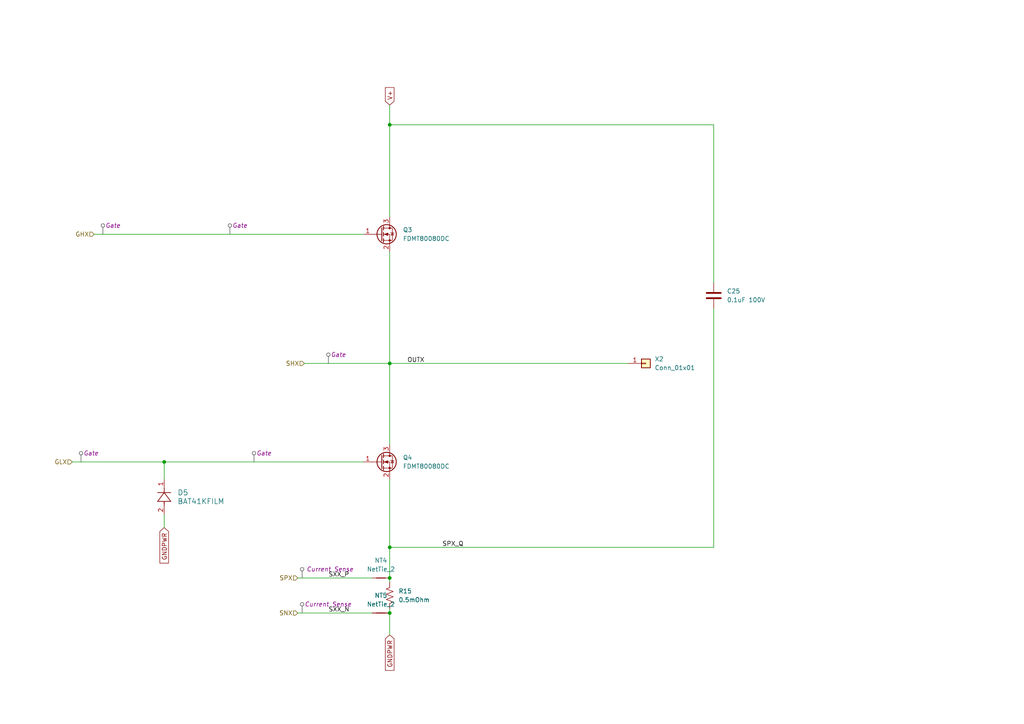
<source format=kicad_sch>
(kicad_sch
	(version 20231120)
	(generator "eeschema")
	(generator_version "8.0")
	(uuid "5fd6fc62-6cf8-466f-b3fe-2371d8014372")
	(paper "A4")
	(title_block
		(title "moteus-x1")
		(rev "1")
	)
	(lib_symbols
		(symbol "Connector_Generic:Conn_01x01"
			(pin_names
				(offset 1.016) hide)
			(exclude_from_sim no)
			(in_bom yes)
			(on_board yes)
			(property "Reference" "J"
				(at 0 2.54 0)
				(effects
					(font
						(size 1.27 1.27)
					)
				)
			)
			(property "Value" "Conn_01x01"
				(at 0 -2.54 0)
				(effects
					(font
						(size 1.27 1.27)
					)
				)
			)
			(property "Footprint" ""
				(at 0 0 0)
				(effects
					(font
						(size 1.27 1.27)
					)
					(hide yes)
				)
			)
			(property "Datasheet" "~"
				(at 0 0 0)
				(effects
					(font
						(size 1.27 1.27)
					)
					(hide yes)
				)
			)
			(property "Description" "Generic connector, single row, 01x01, script generated (kicad-library-utils/schlib/autogen/connector/)"
				(at 0 0 0)
				(effects
					(font
						(size 1.27 1.27)
					)
					(hide yes)
				)
			)
			(property "ki_keywords" "connector"
				(at 0 0 0)
				(effects
					(font
						(size 1.27 1.27)
					)
					(hide yes)
				)
			)
			(property "ki_fp_filters" "Connector*:*_1x??_*"
				(at 0 0 0)
				(effects
					(font
						(size 1.27 1.27)
					)
					(hide yes)
				)
			)
			(symbol "Conn_01x01_1_1"
				(rectangle
					(start -1.27 0.127)
					(end 0 -0.127)
					(stroke
						(width 0.1524)
						(type default)
					)
					(fill
						(type none)
					)
				)
				(rectangle
					(start -1.27 1.27)
					(end 1.27 -1.27)
					(stroke
						(width 0.254)
						(type default)
					)
					(fill
						(type background)
					)
				)
				(pin passive line
					(at -5.08 0 0)
					(length 3.81)
					(name "Pin_1"
						(effects
							(font
								(size 1.27 1.27)
							)
						)
					)
					(number "1"
						(effects
							(font
								(size 1.27 1.27)
							)
						)
					)
				)
			)
		)
		(symbol "Device:C"
			(pin_numbers hide)
			(pin_names
				(offset 0.254)
			)
			(exclude_from_sim no)
			(in_bom yes)
			(on_board yes)
			(property "Reference" "C"
				(at 0.635 2.54 0)
				(effects
					(font
						(size 1.27 1.27)
					)
					(justify left)
				)
			)
			(property "Value" "C"
				(at 0.635 -2.54 0)
				(effects
					(font
						(size 1.27 1.27)
					)
					(justify left)
				)
			)
			(property "Footprint" ""
				(at 0.9652 -3.81 0)
				(effects
					(font
						(size 1.27 1.27)
					)
					(hide yes)
				)
			)
			(property "Datasheet" "~"
				(at 0 0 0)
				(effects
					(font
						(size 1.27 1.27)
					)
					(hide yes)
				)
			)
			(property "Description" "Unpolarized capacitor"
				(at 0 0 0)
				(effects
					(font
						(size 1.27 1.27)
					)
					(hide yes)
				)
			)
			(property "ki_keywords" "cap capacitor"
				(at 0 0 0)
				(effects
					(font
						(size 1.27 1.27)
					)
					(hide yes)
				)
			)
			(property "ki_fp_filters" "C_*"
				(at 0 0 0)
				(effects
					(font
						(size 1.27 1.27)
					)
					(hide yes)
				)
			)
			(symbol "C_0_1"
				(polyline
					(pts
						(xy -2.032 -0.762) (xy 2.032 -0.762)
					)
					(stroke
						(width 0.508)
						(type default)
					)
					(fill
						(type none)
					)
				)
				(polyline
					(pts
						(xy -2.032 0.762) (xy 2.032 0.762)
					)
					(stroke
						(width 0.508)
						(type default)
					)
					(fill
						(type none)
					)
				)
			)
			(symbol "C_1_1"
				(pin passive line
					(at 0 3.81 270)
					(length 2.794)
					(name "~"
						(effects
							(font
								(size 1.27 1.27)
							)
						)
					)
					(number "1"
						(effects
							(font
								(size 1.27 1.27)
							)
						)
					)
				)
				(pin passive line
					(at 0 -3.81 90)
					(length 2.794)
					(name "~"
						(effects
							(font
								(size 1.27 1.27)
							)
						)
					)
					(number "2"
						(effects
							(font
								(size 1.27 1.27)
							)
						)
					)
				)
			)
		)
		(symbol "Device:NetTie_2"
			(pin_numbers hide)
			(pin_names
				(offset 0) hide)
			(exclude_from_sim no)
			(in_bom no)
			(on_board yes)
			(property "Reference" "NT"
				(at 0 1.27 0)
				(effects
					(font
						(size 1.27 1.27)
					)
				)
			)
			(property "Value" "NetTie_2"
				(at 0 -1.27 0)
				(effects
					(font
						(size 1.27 1.27)
					)
				)
			)
			(property "Footprint" ""
				(at 0 0 0)
				(effects
					(font
						(size 1.27 1.27)
					)
					(hide yes)
				)
			)
			(property "Datasheet" "~"
				(at 0 0 0)
				(effects
					(font
						(size 1.27 1.27)
					)
					(hide yes)
				)
			)
			(property "Description" "Net tie, 2 pins"
				(at 0 0 0)
				(effects
					(font
						(size 1.27 1.27)
					)
					(hide yes)
				)
			)
			(property "ki_keywords" "net tie short"
				(at 0 0 0)
				(effects
					(font
						(size 1.27 1.27)
					)
					(hide yes)
				)
			)
			(property "ki_fp_filters" "Net*Tie*"
				(at 0 0 0)
				(effects
					(font
						(size 1.27 1.27)
					)
					(hide yes)
				)
			)
			(symbol "NetTie_2_0_1"
				(polyline
					(pts
						(xy -1.27 0) (xy 1.27 0)
					)
					(stroke
						(width 0.254)
						(type default)
					)
					(fill
						(type none)
					)
				)
			)
			(symbol "NetTie_2_1_1"
				(pin passive line
					(at -2.54 0 0)
					(length 2.54)
					(name "1"
						(effects
							(font
								(size 1.27 1.27)
							)
						)
					)
					(number "1"
						(effects
							(font
								(size 1.27 1.27)
							)
						)
					)
				)
				(pin passive line
					(at 2.54 0 180)
					(length 2.54)
					(name "2"
						(effects
							(font
								(size 1.27 1.27)
							)
						)
					)
					(number "2"
						(effects
							(font
								(size 1.27 1.27)
							)
						)
					)
				)
			)
		)
		(symbol "Device:R_US"
			(pin_numbers hide)
			(pin_names
				(offset 0)
			)
			(exclude_from_sim no)
			(in_bom yes)
			(on_board yes)
			(property "Reference" "R"
				(at 2.54 0 90)
				(effects
					(font
						(size 1.27 1.27)
					)
				)
			)
			(property "Value" "R_US"
				(at -2.54 0 90)
				(effects
					(font
						(size 1.27 1.27)
					)
				)
			)
			(property "Footprint" ""
				(at 1.016 -0.254 90)
				(effects
					(font
						(size 1.27 1.27)
					)
					(hide yes)
				)
			)
			(property "Datasheet" "~"
				(at 0 0 0)
				(effects
					(font
						(size 1.27 1.27)
					)
					(hide yes)
				)
			)
			(property "Description" "Resistor, US symbol"
				(at 0 0 0)
				(effects
					(font
						(size 1.27 1.27)
					)
					(hide yes)
				)
			)
			(property "ki_keywords" "R res resistor"
				(at 0 0 0)
				(effects
					(font
						(size 1.27 1.27)
					)
					(hide yes)
				)
			)
			(property "ki_fp_filters" "R_*"
				(at 0 0 0)
				(effects
					(font
						(size 1.27 1.27)
					)
					(hide yes)
				)
			)
			(symbol "R_US_0_1"
				(polyline
					(pts
						(xy 0 -2.286) (xy 0 -2.54)
					)
					(stroke
						(width 0)
						(type default)
					)
					(fill
						(type none)
					)
				)
				(polyline
					(pts
						(xy 0 2.286) (xy 0 2.54)
					)
					(stroke
						(width 0)
						(type default)
					)
					(fill
						(type none)
					)
				)
				(polyline
					(pts
						(xy 0 -0.762) (xy 1.016 -1.143) (xy 0 -1.524) (xy -1.016 -1.905) (xy 0 -2.286)
					)
					(stroke
						(width 0)
						(type default)
					)
					(fill
						(type none)
					)
				)
				(polyline
					(pts
						(xy 0 0.762) (xy 1.016 0.381) (xy 0 0) (xy -1.016 -0.381) (xy 0 -0.762)
					)
					(stroke
						(width 0)
						(type default)
					)
					(fill
						(type none)
					)
				)
				(polyline
					(pts
						(xy 0 2.286) (xy 1.016 1.905) (xy 0 1.524) (xy -1.016 1.143) (xy 0 0.762)
					)
					(stroke
						(width 0)
						(type default)
					)
					(fill
						(type none)
					)
				)
			)
			(symbol "R_US_1_1"
				(pin passive line
					(at 0 3.81 270)
					(length 1.27)
					(name "~"
						(effects
							(font
								(size 1.27 1.27)
							)
						)
					)
					(number "1"
						(effects
							(font
								(size 1.27 1.27)
							)
						)
					)
				)
				(pin passive line
					(at 0 -3.81 90)
					(length 1.27)
					(name "~"
						(effects
							(font
								(size 1.27 1.27)
							)
						)
					)
					(number "2"
						(effects
							(font
								(size 1.27 1.27)
							)
						)
					)
				)
			)
		)
		(symbol "Transistor_FET:FDMT80080DC"
			(pin_names hide)
			(exclude_from_sim no)
			(in_bom yes)
			(on_board yes)
			(property "Reference" "Q"
				(at 5.08 1.905 0)
				(effects
					(font
						(size 1.27 1.27)
					)
					(justify left)
				)
			)
			(property "Value" "FDMT80080DC"
				(at 5.08 0 0)
				(effects
					(font
						(size 1.27 1.27)
					)
					(justify left)
				)
			)
			(property "Footprint" "Package_TO_SOT_SMD:PQFN_8x8"
				(at 5.08 -1.905 0)
				(effects
					(font
						(size 1.27 1.27)
						(italic yes)
					)
					(justify left)
					(hide yes)
				)
			)
			(property "Datasheet" "https://www.onsemi.com/pub/Collateral/FDMT80080DC-D.pdf"
				(at 5.08 -3.81 0)
				(effects
					(font
						(size 1.27 1.27)
					)
					(justify left)
					(hide yes)
				)
			)
			(property "Description" "36A Id, 80V Vds, N-Channel Dual Cool PowerTrench MOSFET, 1.35mOhm Ron, 273nC Qgmax, -55 to 150 °C, 8x8mm MLP"
				(at 0 0 0)
				(effects
					(font
						(size 1.27 1.27)
					)
					(hide yes)
				)
			)
			(property "ki_keywords" "dual-cool-powertrench MOSFET fairchild"
				(at 0 0 0)
				(effects
					(font
						(size 1.27 1.27)
					)
					(hide yes)
				)
			)
			(property "ki_fp_filters" "PQFN*8x8*"
				(at 0 0 0)
				(effects
					(font
						(size 1.27 1.27)
					)
					(hide yes)
				)
			)
			(symbol "FDMT80080DC_0_1"
				(polyline
					(pts
						(xy 0.254 0) (xy -2.54 0)
					)
					(stroke
						(width 0)
						(type default)
					)
					(fill
						(type none)
					)
				)
				(polyline
					(pts
						(xy 0.254 1.905) (xy 0.254 -1.905)
					)
					(stroke
						(width 0.254)
						(type default)
					)
					(fill
						(type none)
					)
				)
				(polyline
					(pts
						(xy 0.762 -1.27) (xy 0.762 -2.286)
					)
					(stroke
						(width 0.254)
						(type default)
					)
					(fill
						(type none)
					)
				)
				(polyline
					(pts
						(xy 0.762 0.508) (xy 0.762 -0.508)
					)
					(stroke
						(width 0.254)
						(type default)
					)
					(fill
						(type none)
					)
				)
				(polyline
					(pts
						(xy 0.762 2.286) (xy 0.762 1.27)
					)
					(stroke
						(width 0.254)
						(type default)
					)
					(fill
						(type none)
					)
				)
				(polyline
					(pts
						(xy 2.54 2.54) (xy 2.54 1.778)
					)
					(stroke
						(width 0)
						(type default)
					)
					(fill
						(type none)
					)
				)
				(polyline
					(pts
						(xy 2.54 -2.54) (xy 2.54 0) (xy 0.762 0)
					)
					(stroke
						(width 0)
						(type default)
					)
					(fill
						(type none)
					)
				)
				(polyline
					(pts
						(xy 0.762 -1.778) (xy 3.302 -1.778) (xy 3.302 1.778) (xy 0.762 1.778)
					)
					(stroke
						(width 0)
						(type default)
					)
					(fill
						(type none)
					)
				)
				(polyline
					(pts
						(xy 1.016 0) (xy 2.032 0.381) (xy 2.032 -0.381) (xy 1.016 0)
					)
					(stroke
						(width 0)
						(type default)
					)
					(fill
						(type outline)
					)
				)
				(polyline
					(pts
						(xy 2.794 0.508) (xy 2.921 0.381) (xy 3.683 0.381) (xy 3.81 0.254)
					)
					(stroke
						(width 0)
						(type default)
					)
					(fill
						(type none)
					)
				)
				(polyline
					(pts
						(xy 3.302 0.381) (xy 2.921 -0.254) (xy 3.683 -0.254) (xy 3.302 0.381)
					)
					(stroke
						(width 0)
						(type default)
					)
					(fill
						(type none)
					)
				)
				(circle
					(center 1.651 0)
					(radius 2.794)
					(stroke
						(width 0.254)
						(type default)
					)
					(fill
						(type none)
					)
				)
				(circle
					(center 2.54 -1.778)
					(radius 0.254)
					(stroke
						(width 0)
						(type default)
					)
					(fill
						(type outline)
					)
				)
				(circle
					(center 2.54 1.778)
					(radius 0.254)
					(stroke
						(width 0)
						(type default)
					)
					(fill
						(type outline)
					)
				)
			)
			(symbol "FDMT80080DC_1_1"
				(pin passive line
					(at -5.08 0 0)
					(length 2.54)
					(name "G"
						(effects
							(font
								(size 1.27 1.27)
							)
						)
					)
					(number "1"
						(effects
							(font
								(size 1.27 1.27)
							)
						)
					)
				)
				(pin passive line
					(at 2.54 -5.08 90)
					(length 2.54)
					(name "S"
						(effects
							(font
								(size 1.27 1.27)
							)
						)
					)
					(number "2"
						(effects
							(font
								(size 1.27 1.27)
							)
						)
					)
				)
				(pin passive line
					(at 2.54 5.08 270)
					(length 2.54)
					(name "D"
						(effects
							(font
								(size 1.27 1.27)
							)
						)
					)
					(number "3"
						(effects
							(font
								(size 1.27 1.27)
							)
						)
					)
				)
			)
		)
		(symbol "moteus:BAT41KFILM"
			(pin_names
				(offset 0.254)
			)
			(exclude_from_sim no)
			(in_bom yes)
			(on_board yes)
			(property "Reference" "CR"
				(at 5.08 4.445 0)
				(effects
					(font
						(size 1.524 1.524)
					)
				)
			)
			(property "Value" "BAT41KFILM"
				(at 5.08 -3.81 0)
				(effects
					(font
						(size 1.524 1.524)
					)
				)
			)
			(property "Footprint" "SOD-523_STM"
				(at 0 0 0)
				(effects
					(font
						(size 1.27 1.27)
						(italic yes)
					)
					(hide yes)
				)
			)
			(property "Datasheet" "BAT41KFILM"
				(at 0 0 0)
				(effects
					(font
						(size 1.27 1.27)
						(italic yes)
					)
					(hide yes)
				)
			)
			(property "Description" ""
				(at 0 0 0)
				(effects
					(font
						(size 1.27 1.27)
					)
					(hide yes)
				)
			)
			(property "ki_locked" ""
				(at 0 0 0)
				(effects
					(font
						(size 1.27 1.27)
					)
				)
			)
			(property "ki_keywords" "BAT41KFILM"
				(at 0 0 0)
				(effects
					(font
						(size 1.27 1.27)
					)
					(hide yes)
				)
			)
			(property "ki_fp_filters" "SOD-523_STM SOD-523_STM-M SOD-523_STM-L"
				(at 0 0 0)
				(effects
					(font
						(size 1.27 1.27)
					)
					(hide yes)
				)
			)
			(symbol "BAT41KFILM_1_1"
				(polyline
					(pts
						(xy 2.54 0) (xy 3.4798 0)
					)
					(stroke
						(width 0.2032)
						(type default)
					)
					(fill
						(type none)
					)
				)
				(polyline
					(pts
						(xy 3.175 0) (xy 3.81 0)
					)
					(stroke
						(width 0.2032)
						(type default)
					)
					(fill
						(type none)
					)
				)
				(polyline
					(pts
						(xy 3.81 -1.905) (xy 6.35 0)
					)
					(stroke
						(width 0.2032)
						(type default)
					)
					(fill
						(type none)
					)
				)
				(polyline
					(pts
						(xy 3.81 1.905) (xy 3.81 -1.905)
					)
					(stroke
						(width 0.2032)
						(type default)
					)
					(fill
						(type none)
					)
				)
				(polyline
					(pts
						(xy 6.35 -1.905) (xy 6.35 1.905)
					)
					(stroke
						(width 0.2032)
						(type default)
					)
					(fill
						(type none)
					)
				)
				(polyline
					(pts
						(xy 6.35 0) (xy 3.81 1.905)
					)
					(stroke
						(width 0.2032)
						(type default)
					)
					(fill
						(type none)
					)
				)
				(polyline
					(pts
						(xy 6.35 0) (xy 7.62 0)
					)
					(stroke
						(width 0.2032)
						(type default)
					)
					(fill
						(type none)
					)
				)
				(pin unspecified line
					(at 10.16 0 180)
					(length 2.54)
					(name ""
						(effects
							(font
								(size 1.27 1.27)
							)
						)
					)
					(number "1"
						(effects
							(font
								(size 1.27 1.27)
							)
						)
					)
				)
				(pin unspecified line
					(at 0 0 0)
					(length 2.54)
					(name ""
						(effects
							(font
								(size 1.27 1.27)
							)
						)
					)
					(number "2"
						(effects
							(font
								(size 1.27 1.27)
							)
						)
					)
				)
			)
			(symbol "BAT41KFILM_1_2"
				(polyline
					(pts
						(xy -1.905 3.81) (xy 1.905 3.81)
					)
					(stroke
						(width 0.2032)
						(type default)
					)
					(fill
						(type none)
					)
				)
				(polyline
					(pts
						(xy 0 2.54) (xy 0 3.4798)
					)
					(stroke
						(width 0.2032)
						(type default)
					)
					(fill
						(type none)
					)
				)
				(polyline
					(pts
						(xy 0 3.175) (xy 0 3.81)
					)
					(stroke
						(width 0.2032)
						(type default)
					)
					(fill
						(type none)
					)
				)
				(polyline
					(pts
						(xy 0 6.35) (xy -1.905 3.81)
					)
					(stroke
						(width 0.2032)
						(type default)
					)
					(fill
						(type none)
					)
				)
				(polyline
					(pts
						(xy 0 6.35) (xy 0 7.62)
					)
					(stroke
						(width 0.2032)
						(type default)
					)
					(fill
						(type none)
					)
				)
				(polyline
					(pts
						(xy 1.905 3.81) (xy 0 6.35)
					)
					(stroke
						(width 0.2032)
						(type default)
					)
					(fill
						(type none)
					)
				)
				(polyline
					(pts
						(xy 1.905 6.35) (xy -1.905 6.35)
					)
					(stroke
						(width 0.2032)
						(type default)
					)
					(fill
						(type none)
					)
				)
				(pin unspecified line
					(at 0 10.16 270)
					(length 2.54)
					(name ""
						(effects
							(font
								(size 1.27 1.27)
							)
						)
					)
					(number "1"
						(effects
							(font
								(size 1.27 1.27)
							)
						)
					)
				)
				(pin unspecified line
					(at 0 0 90)
					(length 2.54)
					(name ""
						(effects
							(font
								(size 1.27 1.27)
							)
						)
					)
					(number "2"
						(effects
							(font
								(size 1.27 1.27)
							)
						)
					)
				)
			)
		)
	)
	(junction
		(at 113.03 167.64)
		(diameter 0)
		(color 0 0 0 0)
		(uuid "3107214b-79f2-4bf5-b518-59c7d2b6ee26")
	)
	(junction
		(at 47.625 133.985)
		(diameter 0)
		(color 0 0 0 0)
		(uuid "777246d2-5d34-4a0a-a2a7-b67e083c3775")
	)
	(junction
		(at 113.03 177.8)
		(diameter 0)
		(color 0 0 0 0)
		(uuid "ce4eee75-941c-4388-8637-3cabec661da2")
	)
	(junction
		(at 113.03 158.75)
		(diameter 0)
		(color 0 0 0 0)
		(uuid "d6725437-28c5-4ca4-94ba-44a4cd1f06b7")
	)
	(junction
		(at 113.03 36.195)
		(diameter 0)
		(color 0 0 0 0)
		(uuid "fda76167-e05d-4576-b4ea-8ff47a94eddf")
	)
	(junction
		(at 113.03 105.41)
		(diameter 0)
		(color 0 0 0 0)
		(uuid "ff0aabdc-4374-4ac0-9193-d8ff86a5fd36")
	)
	(wire
		(pts
			(xy 47.625 149.225) (xy 47.625 153.035)
		)
		(stroke
			(width 0)
			(type default)
		)
		(uuid "0bf2db9e-a087-447b-80ae-8952342f787f")
	)
	(wire
		(pts
			(xy 207.01 36.195) (xy 207.01 81.915)
		)
		(stroke
			(width 0)
			(type default)
		)
		(uuid "22ca1452-2c31-4f3c-bd9e-609735dbd361")
	)
	(wire
		(pts
			(xy 113.03 177.8) (xy 113.03 184.15)
		)
		(stroke
			(width 0)
			(type default)
		)
		(uuid "34d2c5a3-d9df-4149-b899-904431f02aeb")
	)
	(wire
		(pts
			(xy 88.265 105.41) (xy 113.03 105.41)
		)
		(stroke
			(width 0)
			(type default)
		)
		(uuid "39cfc3c2-c2ef-4ce0-9457-8fb0360a87df")
	)
	(wire
		(pts
			(xy 47.625 133.985) (xy 105.41 133.985)
		)
		(stroke
			(width 0)
			(type default)
		)
		(uuid "47253425-6921-4840-b983-14593e323975")
	)
	(wire
		(pts
			(xy 113.03 158.75) (xy 113.03 167.64)
		)
		(stroke
			(width 0)
			(type default)
		)
		(uuid "51ae483b-6d18-4303-b3d2-d9e7cf025609")
	)
	(wire
		(pts
			(xy 113.03 30.48) (xy 113.03 36.195)
		)
		(stroke
			(width 0)
			(type default)
		)
		(uuid "54ec2fea-1419-4bba-a5b9-87a1b59754b9")
	)
	(wire
		(pts
			(xy 113.03 139.065) (xy 113.03 158.75)
		)
		(stroke
			(width 0)
			(type default)
		)
		(uuid "590d3b7c-a625-43bf-a9ba-9062eea454de")
	)
	(wire
		(pts
			(xy 47.625 133.985) (xy 47.625 139.065)
		)
		(stroke
			(width 0)
			(type default)
		)
		(uuid "6a918121-e1f2-4ae8-88ac-1758023534f4")
	)
	(wire
		(pts
			(xy 20.955 133.985) (xy 47.625 133.985)
		)
		(stroke
			(width 0)
			(type default)
		)
		(uuid "89aa9c94-a453-49fa-925e-fe92ec94fe0e")
	)
	(wire
		(pts
			(xy 113.03 167.64) (xy 113.03 168.91)
		)
		(stroke
			(width 0)
			(type default)
		)
		(uuid "92ccda96-55e2-4241-9100-dc6e8f71c7c5")
	)
	(wire
		(pts
			(xy 113.03 36.195) (xy 207.01 36.195)
		)
		(stroke
			(width 0)
			(type default)
		)
		(uuid "937e50ae-9bef-4a67-b70c-79df9aed0908")
	)
	(wire
		(pts
			(xy 113.03 105.41) (xy 182.245 105.41)
		)
		(stroke
			(width 0)
			(type default)
		)
		(uuid "9b7b016b-d731-40dc-961b-97ee4ae9501e")
	)
	(wire
		(pts
			(xy 113.03 176.53) (xy 113.03 177.8)
		)
		(stroke
			(width 0)
			(type default)
		)
		(uuid "a74c86d4-5836-4aa9-bcab-6b392a7c6ccb")
	)
	(wire
		(pts
			(xy 86.36 167.64) (xy 107.95 167.64)
		)
		(stroke
			(width 0)
			(type default)
		)
		(uuid "bba2a682-9910-4e24-a0dd-68c01530c42b")
	)
	(wire
		(pts
			(xy 207.01 158.75) (xy 207.01 89.535)
		)
		(stroke
			(width 0)
			(type default)
		)
		(uuid "c5950f7a-72d9-4673-af38-46dbd03fb9ac")
	)
	(wire
		(pts
			(xy 113.03 73.025) (xy 113.03 105.41)
		)
		(stroke
			(width 0)
			(type default)
		)
		(uuid "d6bf79aa-184c-4ba9-bfdf-f47554483e2c")
	)
	(wire
		(pts
			(xy 113.03 36.195) (xy 113.03 62.865)
		)
		(stroke
			(width 0)
			(type default)
		)
		(uuid "d8cdb28b-eb0a-4526-ad9f-a898c73acc98")
	)
	(wire
		(pts
			(xy 86.36 177.8) (xy 107.95 177.8)
		)
		(stroke
			(width 0)
			(type default)
		)
		(uuid "db301033-e15c-436f-ae28-fc4ea21a5724")
	)
	(wire
		(pts
			(xy 113.03 158.75) (xy 207.01 158.75)
		)
		(stroke
			(width 0)
			(type default)
		)
		(uuid "e1f1f37a-65bc-413c-a44c-d6fb5026fb4d")
	)
	(wire
		(pts
			(xy 27.305 67.945) (xy 105.41 67.945)
		)
		(stroke
			(width 0)
			(type default)
		)
		(uuid "e609e8fe-0b17-412d-8cf8-ef85248b2014")
	)
	(wire
		(pts
			(xy 113.03 105.41) (xy 113.03 128.905)
		)
		(stroke
			(width 0)
			(type default)
		)
		(uuid "f50b55b3-9dad-4126-87a1-bd0f5b191668")
	)
	(label "SXX_N"
		(at 95.25 177.8 0)
		(fields_autoplaced yes)
		(effects
			(font
				(size 1.27 1.27)
			)
			(justify left bottom)
		)
		(uuid "418b75ac-d3aa-4300-a0e8-a4a1fbe4ffbf")
	)
	(label "OUTX"
		(at 118.11 105.41 0)
		(fields_autoplaced yes)
		(effects
			(font
				(size 1.27 1.27)
			)
			(justify left bottom)
		)
		(uuid "80b32fba-a734-437a-98d5-36627054788b")
	)
	(label "SPX_Q"
		(at 128.27 158.75 0)
		(fields_autoplaced yes)
		(effects
			(font
				(size 1.27 1.27)
			)
			(justify left bottom)
		)
		(uuid "d724b43f-f14c-4415-afa5-72b959453e25")
	)
	(label "SXX_P"
		(at 95.25 167.64 0)
		(fields_autoplaced yes)
		(effects
			(font
				(size 1.27 1.27)
			)
			(justify left bottom)
		)
		(uuid "da33359b-ac8a-49a1-91c1-a633d6ea5207")
	)
	(global_label "V+"
		(shape input)
		(at 113.03 30.48 90)
		(fields_autoplaced yes)
		(effects
			(font
				(size 1.27 1.27)
			)
			(justify left)
		)
		(uuid "4bc69686-fdb5-4e1d-a587-0a9d278dcd8f")
		(property "Intersheetrefs" "${INTERSHEET_REFS}"
			(at 113.03 24.8338 90)
			(effects
				(font
					(size 1.27 1.27)
				)
				(justify left)
				(hide yes)
			)
		)
	)
	(global_label "GNDPWR"
		(shape input)
		(at 113.03 184.15 270)
		(fields_autoplaced yes)
		(effects
			(font
				(size 1.27 1.27)
			)
			(justify right)
		)
		(uuid "5d9e367d-d244-4088-8367-b5e448f5cf4f")
		(property "Intersheetrefs" "${INTERSHEET_REFS}"
			(at 113.03 194.9971 90)
			(effects
				(font
					(size 1.27 1.27)
				)
				(justify right)
				(hide yes)
			)
		)
	)
	(global_label "GNDPWR"
		(shape input)
		(at 47.625 153.035 270)
		(fields_autoplaced yes)
		(effects
			(font
				(size 1.27 1.27)
			)
			(justify right)
		)
		(uuid "eac76b0a-5be4-4acf-81cb-29b1fba22569")
		(property "Intersheetrefs" "${INTERSHEET_REFS}"
			(at 47.625 163.8821 90)
			(effects
				(font
					(size 1.27 1.27)
				)
				(justify right)
				(hide yes)
			)
		)
	)
	(hierarchical_label "SHX"
		(shape input)
		(at 88.265 105.41 180)
		(fields_autoplaced yes)
		(effects
			(font
				(size 1.27 1.27)
			)
			(justify right)
		)
		(uuid "39515dc7-3998-443d-a61b-e6d94d62e480")
	)
	(hierarchical_label "GHX"
		(shape input)
		(at 27.305 67.945 180)
		(fields_autoplaced yes)
		(effects
			(font
				(size 1.27 1.27)
			)
			(justify right)
		)
		(uuid "407fa577-3b17-4d5b-86f8-33771aea5d40")
	)
	(hierarchical_label "GLX"
		(shape input)
		(at 20.955 133.985 180)
		(fields_autoplaced yes)
		(effects
			(font
				(size 1.27 1.27)
			)
			(justify right)
		)
		(uuid "7ab681b0-ba1d-4942-a740-5e750813cb5e")
	)
	(hierarchical_label "SPX"
		(shape input)
		(at 86.36 167.64 180)
		(fields_autoplaced yes)
		(effects
			(font
				(size 1.27 1.27)
			)
			(justify right)
		)
		(uuid "7cdffb64-f6a9-405b-9c5e-c68856bd2ae5")
	)
	(hierarchical_label "SNX"
		(shape input)
		(at 86.36 177.8 180)
		(fields_autoplaced yes)
		(effects
			(font
				(size 1.27 1.27)
			)
			(justify right)
		)
		(uuid "7fbd46d1-57f0-4c28-846a-32c3b086e65c")
	)
	(netclass_flag ""
		(length 2.54)
		(shape round)
		(at 23.495 133.985 0)
		(fields_autoplaced yes)
		(effects
			(font
				(size 1.27 1.27)
			)
			(justify left bottom)
		)
		(uuid "0e75c07b-527b-47c6-a89a-ef23c4771a0d")
		(property "Netclass" "Gate"
			(at 24.1935 131.445 0)
			(effects
				(font
					(size 1.27 1.27)
					(italic yes)
				)
				(justify left)
			)
		)
	)
	(netclass_flag ""
		(length 2.54)
		(shape round)
		(at 73.66 133.985 0)
		(fields_autoplaced yes)
		(effects
			(font
				(size 1.27 1.27)
			)
			(justify left bottom)
		)
		(uuid "6363678d-453f-4d40-af73-96d94c43e5a4")
		(property "Netclass" "Gate"
			(at 74.3585 131.445 0)
			(effects
				(font
					(size 1.27 1.27)
					(italic yes)
				)
				(justify left)
			)
		)
	)
	(netclass_flag ""
		(length 2.54)
		(shape round)
		(at 95.25 105.41 0)
		(fields_autoplaced yes)
		(effects
			(font
				(size 1.27 1.27)
			)
			(justify left bottom)
		)
		(uuid "83149f8a-7526-4377-b23f-8050ec98a3a1")
		(property "Netclass" "Gate"
			(at 95.9485 102.87 0)
			(effects
				(font
					(size 1.27 1.27)
					(italic yes)
				)
				(justify left)
			)
		)
	)
	(netclass_flag ""
		(length 2.54)
		(shape round)
		(at 66.675 67.945 0)
		(fields_autoplaced yes)
		(effects
			(font
				(size 1.27 1.27)
			)
			(justify left bottom)
		)
		(uuid "ba6ab38b-b0e1-4634-bc52-d39add9a1019")
		(property "Netclass" "Gate"
			(at 67.3735 65.405 0)
			(effects
				(font
					(size 1.27 1.27)
					(italic yes)
				)
				(justify left)
			)
		)
	)
	(netclass_flag ""
		(length 2.54)
		(shape round)
		(at 29.845 67.945 0)
		(fields_autoplaced yes)
		(effects
			(font
				(size 1.27 1.27)
			)
			(justify left bottom)
		)
		(uuid "bb2a394c-c414-44b9-b39c-6d1ad755cc71")
		(property "Netclass" "Gate"
			(at 30.5435 65.405 0)
			(effects
				(font
					(size 1.27 1.27)
					(italic yes)
				)
				(justify left)
			)
		)
	)
	(netclass_flag ""
		(length 2.54)
		(shape round)
		(at 87.63 167.64 0)
		(effects
			(font
				(size 1.27 1.27)
			)
			(justify left bottom)
		)
		(uuid "ce28b882-86b6-4b0d-aa97-7763123fb109")
		(property "Netclass" "Current Sense"
			(at 88.9 165.1 0)
			(effects
				(font
					(size 1.27 1.27)
					(italic yes)
				)
				(justify left)
			)
		)
	)
	(netclass_flag ""
		(length 2.54)
		(shape round)
		(at 87.63 177.8 0)
		(fields_autoplaced yes)
		(effects
			(font
				(size 1.27 1.27)
			)
			(justify left bottom)
		)
		(uuid "f9270388-d1c4-4c09-a2f1-0c75a9da0696")
		(property "Netclass" "Current Sense"
			(at 88.3285 175.26 0)
			(effects
				(font
					(size 1.27 1.27)
					(italic yes)
				)
				(justify left)
			)
		)
	)
	(symbol
		(lib_id "Device:NetTie_2")
		(at 110.49 177.8 0)
		(unit 1)
		(exclude_from_sim no)
		(in_bom no)
		(on_board yes)
		(dnp no)
		(fields_autoplaced yes)
		(uuid "1c4e121e-aea1-4c91-8997-94037bcc4c4e")
		(property "Reference" "NT5"
			(at 110.49 172.72 0)
			(effects
				(font
					(size 1.27 1.27)
				)
			)
		)
		(property "Value" "NetTie_2"
			(at 110.49 175.26 0)
			(effects
				(font
					(size 1.27 1.27)
				)
			)
		)
		(property "Footprint" "moteus:NetTie-2_SMD_Pad0.2"
			(at 110.49 177.8 0)
			(effects
				(font
					(size 1.27 1.27)
				)
				(hide yes)
			)
		)
		(property "Datasheet" "~"
			(at 110.49 177.8 0)
			(effects
				(font
					(size 1.27 1.27)
				)
				(hide yes)
			)
		)
		(property "Description" ""
			(at 110.49 177.8 0)
			(effects
				(font
					(size 1.27 1.27)
				)
				(hide yes)
			)
		)
		(pin "1"
			(uuid "cf12fb58-858e-4781-9de5-42015b04d4b8")
		)
		(pin "2"
			(uuid "076c9091-ab7f-4bf7-99bb-4be35402e438")
		)
		(instances
			(project "moteus_x1"
				(path "/bd70986b-b0dc-4add-82aa-78459b97d0c4/84723ca0-3c55-4a96-8456-927d28db47e5"
					(reference "NT5")
					(unit 1)
				)
				(path "/bd70986b-b0dc-4add-82aa-78459b97d0c4/925a84d2-19c0-462d-bae4-aa3034c06df6"
					(reference "NT7")
					(unit 1)
				)
				(path "/bd70986b-b0dc-4add-82aa-78459b97d0c4/e54c5578-fae3-4911-a296-59c945d84f23"
					(reference "NT3")
					(unit 1)
				)
			)
		)
	)
	(symbol
		(lib_id "Connector_Generic:Conn_01x01")
		(at 187.325 105.41 0)
		(unit 1)
		(exclude_from_sim no)
		(in_bom no)
		(on_board yes)
		(dnp no)
		(fields_autoplaced yes)
		(uuid "1cdba4f6-eebb-4109-8645-7244a97479df")
		(property "Reference" "X2"
			(at 189.865 104.14 0)
			(effects
				(font
					(size 1.27 1.27)
				)
				(justify left)
			)
		)
		(property "Value" "Conn_01x01"
			(at 189.865 106.68 0)
			(effects
				(font
					(size 1.27 1.27)
				)
				(justify left)
			)
		)
		(property "Footprint" "moteus:POWER_M2.5"
			(at 187.325 105.41 0)
			(effects
				(font
					(size 1.27 1.27)
				)
				(hide yes)
			)
		)
		(property "Datasheet" "~"
			(at 187.325 105.41 0)
			(effects
				(font
					(size 1.27 1.27)
				)
				(hide yes)
			)
		)
		(property "Description" ""
			(at 187.325 105.41 0)
			(effects
				(font
					(size 1.27 1.27)
				)
				(hide yes)
			)
		)
		(pin "1"
			(uuid "d6f459eb-0c89-464a-ab04-54772c1fda11")
		)
		(instances
			(project "moteus_x1"
				(path "/bd70986b-b0dc-4add-82aa-78459b97d0c4/84723ca0-3c55-4a96-8456-927d28db47e5"
					(reference "X2")
					(unit 1)
				)
				(path "/bd70986b-b0dc-4add-82aa-78459b97d0c4/925a84d2-19c0-462d-bae4-aa3034c06df6"
					(reference "X3")
					(unit 1)
				)
				(path "/bd70986b-b0dc-4add-82aa-78459b97d0c4/e54c5578-fae3-4911-a296-59c945d84f23"
					(reference "X1")
					(unit 1)
				)
			)
		)
	)
	(symbol
		(lib_id "Device:C")
		(at 207.01 85.725 0)
		(unit 1)
		(exclude_from_sim no)
		(in_bom yes)
		(on_board yes)
		(dnp no)
		(fields_autoplaced yes)
		(uuid "2cbb3d44-771f-44cc-9755-3e2d3b702720")
		(property "Reference" "C25"
			(at 210.82 84.455 0)
			(effects
				(font
					(size 1.27 1.27)
				)
				(justify left)
			)
		)
		(property "Value" "0.1uF 100V"
			(at 210.82 86.995 0)
			(effects
				(font
					(size 1.27 1.27)
				)
				(justify left)
			)
		)
		(property "Footprint" "Capacitor_SMD:C_1812_4532Metric"
			(at 207.9752 89.535 0)
			(effects
				(font
					(size 1.27 1.27)
				)
				(hide yes)
			)
		)
		(property "Datasheet" "~"
			(at 207.01 85.725 0)
			(effects
				(font
					(size 1.27 1.27)
				)
				(hide yes)
			)
		)
		(property "Description" ""
			(at 207.01 85.725 0)
			(effects
				(font
					(size 1.27 1.27)
				)
				(hide yes)
			)
		)
		(property "MPN" "18121C104MAT2A"
			(at 207.01 85.725 0)
			(effects
				(font
					(size 1.27 1.27)
				)
				(hide yes)
			)
		)
		(property "MF" "KYOCERA AVX"
			(at 207.01 85.725 0)
			(effects
				(font
					(size 1.27 1.27)
				)
				(hide yes)
			)
		)
		(property "POPULATE" "1"
			(at 207.01 85.725 0)
			(effects
				(font
					(size 1.27 1.27)
				)
				(hide yes)
			)
		)
		(pin "1"
			(uuid "d9eb057a-f72c-4479-bc85-003e6c047fb2")
		)
		(pin "2"
			(uuid "4480ca73-ffc3-4f25-a873-6d035c5c4e78")
		)
		(instances
			(project "moteus_x1"
				(path "/bd70986b-b0dc-4add-82aa-78459b97d0c4/84723ca0-3c55-4a96-8456-927d28db47e5"
					(reference "C25")
					(unit 1)
				)
				(path "/bd70986b-b0dc-4add-82aa-78459b97d0c4/925a84d2-19c0-462d-bae4-aa3034c06df6"
					(reference "C26")
					(unit 1)
				)
				(path "/bd70986b-b0dc-4add-82aa-78459b97d0c4/e54c5578-fae3-4911-a296-59c945d84f23"
					(reference "C24")
					(unit 1)
				)
			)
		)
	)
	(symbol
		(lib_id "Transistor_FET:FDMT80080DC")
		(at 110.49 67.945 0)
		(unit 1)
		(exclude_from_sim no)
		(in_bom yes)
		(on_board yes)
		(dnp no)
		(fields_autoplaced yes)
		(uuid "3d33ec41-32f5-4ed1-b6bd-c56e7d18bd40")
		(property "Reference" "Q3"
			(at 116.84 66.675 0)
			(effects
				(font
					(size 1.27 1.27)
				)
				(justify left)
			)
		)
		(property "Value" "FDMT80080DC"
			(at 116.84 69.215 0)
			(effects
				(font
					(size 1.27 1.27)
				)
				(justify left)
			)
		)
		(property "Footprint" "Package_TO_SOT_SMD:PQFN_8x8"
			(at 115.57 69.85 0)
			(effects
				(font
					(size 1.27 1.27)
					(italic yes)
				)
				(justify left)
				(hide yes)
			)
		)
		(property "Datasheet" "https://www.onsemi.com/pub/Collateral/FDMT80080DC-D.pdf"
			(at 115.57 71.755 0)
			(effects
				(font
					(size 1.27 1.27)
				)
				(justify left)
				(hide yes)
			)
		)
		(property "Description" ""
			(at 110.49 67.945 0)
			(effects
				(font
					(size 1.27 1.27)
				)
				(hide yes)
			)
		)
		(property "MPN" "FDMT80080DC"
			(at 110.49 67.945 0)
			(effects
				(font
					(size 1.27 1.27)
				)
				(hide yes)
			)
		)
		(property "MF" "ONSEMI"
			(at 110.49 67.945 0)
			(effects
				(font
					(size 1.27 1.27)
				)
				(hide yes)
			)
		)
		(property "POPULATE" "1"
			(at 110.49 67.945 0)
			(effects
				(font
					(size 1.27 1.27)
				)
				(hide yes)
			)
		)
		(pin "2"
			(uuid "9a5fc954-8941-489d-b031-049ec2025a2e")
		)
		(pin "1"
			(uuid "1af7e9f7-81d2-43f3-bfeb-7d2927637725")
		)
		(pin "3"
			(uuid "72b634e7-1a1b-432f-a39d-fe2d2c632b22")
		)
		(instances
			(project "moteus_x1"
				(path "/bd70986b-b0dc-4add-82aa-78459b97d0c4/84723ca0-3c55-4a96-8456-927d28db47e5"
					(reference "Q3")
					(unit 1)
				)
				(path "/bd70986b-b0dc-4add-82aa-78459b97d0c4/925a84d2-19c0-462d-bae4-aa3034c06df6"
					(reference "Q5")
					(unit 1)
				)
				(path "/bd70986b-b0dc-4add-82aa-78459b97d0c4/e54c5578-fae3-4911-a296-59c945d84f23"
					(reference "Q1")
					(unit 1)
				)
			)
		)
	)
	(symbol
		(lib_id "Device:NetTie_2")
		(at 110.49 167.64 0)
		(unit 1)
		(exclude_from_sim no)
		(in_bom no)
		(on_board yes)
		(dnp no)
		(fields_autoplaced yes)
		(uuid "4276493d-5ea4-4f79-a2d0-432e21a2ab76")
		(property "Reference" "NT4"
			(at 110.49 162.56 0)
			(effects
				(font
					(size 1.27 1.27)
				)
			)
		)
		(property "Value" "NetTie_2"
			(at 110.49 165.1 0)
			(effects
				(font
					(size 1.27 1.27)
				)
			)
		)
		(property "Footprint" "moteus:NetTie-2_SMD_Pad0.2"
			(at 110.49 167.64 0)
			(effects
				(font
					(size 1.27 1.27)
				)
				(hide yes)
			)
		)
		(property "Datasheet" "~"
			(at 110.49 167.64 0)
			(effects
				(font
					(size 1.27 1.27)
				)
				(hide yes)
			)
		)
		(property "Description" ""
			(at 110.49 167.64 0)
			(effects
				(font
					(size 1.27 1.27)
				)
				(hide yes)
			)
		)
		(pin "1"
			(uuid "ad14f41a-d823-4908-af4e-25b05f6e819d")
		)
		(pin "2"
			(uuid "67d1f2f0-a878-42c2-a4fc-f5e1834e6895")
		)
		(instances
			(project "moteus_x1"
				(path "/bd70986b-b0dc-4add-82aa-78459b97d0c4/84723ca0-3c55-4a96-8456-927d28db47e5"
					(reference "NT4")
					(unit 1)
				)
				(path "/bd70986b-b0dc-4add-82aa-78459b97d0c4/925a84d2-19c0-462d-bae4-aa3034c06df6"
					(reference "NT6")
					(unit 1)
				)
				(path "/bd70986b-b0dc-4add-82aa-78459b97d0c4/e54c5578-fae3-4911-a296-59c945d84f23"
					(reference "NT2")
					(unit 1)
				)
			)
		)
	)
	(symbol
		(lib_id "moteus:BAT41KFILM")
		(at 47.625 149.225 270)
		(mirror x)
		(unit 1)
		(exclude_from_sim no)
		(in_bom yes)
		(on_board yes)
		(dnp no)
		(fields_autoplaced yes)
		(uuid "c64dc0e4-eddf-416e-928c-0c84589c72ba")
		(property "Reference" "D5"
			(at 51.435 142.875 90)
			(effects
				(font
					(size 1.524 1.524)
				)
				(justify left)
			)
		)
		(property "Value" "BAT41KFILM"
			(at 51.435 145.415 90)
			(effects
				(font
					(size 1.524 1.524)
				)
				(justify left)
			)
		)
		(property "Footprint" "moteus:SOD-523_STM"
			(at 47.625 149.225 0)
			(effects
				(font
					(size 1.27 1.27)
					(italic yes)
				)
				(hide yes)
			)
		)
		(property "Datasheet" "BAT41KFILM"
			(at 47.625 149.225 0)
			(effects
				(font
					(size 1.27 1.27)
					(italic yes)
				)
				(hide yes)
			)
		)
		(property "Description" ""
			(at 47.625 149.225 0)
			(effects
				(font
					(size 1.27 1.27)
				)
				(hide yes)
			)
		)
		(property "MPN" "BAT41KFILM"
			(at 47.625 149.225 90)
			(effects
				(font
					(size 1.27 1.27)
				)
				(hide yes)
			)
		)
		(property "MF" "ST"
			(at 47.625 149.225 90)
			(effects
				(font
					(size 1.27 1.27)
				)
				(hide yes)
			)
		)
		(property "POPULATE" "1"
			(at 47.625 149.225 90)
			(effects
				(font
					(size 1.27 1.27)
				)
				(hide yes)
			)
		)
		(pin "1"
			(uuid "d77bb25a-ceef-4d49-9b68-b10e2703d1f3")
		)
		(pin "2"
			(uuid "730593b6-0514-4924-8b43-1c6936499f58")
		)
		(instances
			(project "moteus_x1"
				(path "/bd70986b-b0dc-4add-82aa-78459b97d0c4/84723ca0-3c55-4a96-8456-927d28db47e5"
					(reference "D5")
					(unit 1)
				)
				(path "/bd70986b-b0dc-4add-82aa-78459b97d0c4/925a84d2-19c0-462d-bae4-aa3034c06df6"
					(reference "D6")
					(unit 1)
				)
				(path "/bd70986b-b0dc-4add-82aa-78459b97d0c4/e54c5578-fae3-4911-a296-59c945d84f23"
					(reference "D4")
					(unit 1)
				)
			)
		)
	)
	(symbol
		(lib_id "Device:R_US")
		(at 113.03 172.72 0)
		(mirror y)
		(unit 1)
		(exclude_from_sim no)
		(in_bom yes)
		(on_board yes)
		(dnp no)
		(fields_autoplaced yes)
		(uuid "e956cfbe-691a-402c-bef1-6c78ab379ec2")
		(property "Reference" "R15"
			(at 115.57 171.45 0)
			(effects
				(font
					(size 1.27 1.27)
				)
				(justify right)
			)
		)
		(property "Value" "0.5mOhm"
			(at 115.57 173.99 0)
			(effects
				(font
					(size 1.27 1.27)
				)
				(justify right)
			)
		)
		(property "Footprint" "Resistor_SMD:R_2512_6332Metric"
			(at 112.014 172.974 90)
			(effects
				(font
					(size 1.27 1.27)
				)
				(hide yes)
			)
		)
		(property "Datasheet" "~"
			(at 113.03 172.72 0)
			(effects
				(font
					(size 1.27 1.27)
				)
				(hide yes)
			)
		)
		(property "Description" ""
			(at 113.03 172.72 0)
			(effects
				(font
					(size 1.27 1.27)
				)
				(hide yes)
			)
		)
		(property "MPN" "WSLF2512L5000FEA"
			(at 113.03 172.72 0)
			(effects
				(font
					(size 1.27 1.27)
				)
				(hide yes)
			)
		)
		(property "MF" "VISHAY DALE"
			(at 113.03 172.72 0)
			(effects
				(font
					(size 1.27 1.27)
				)
				(hide yes)
			)
		)
		(property "POPULATE" "1"
			(at 113.03 172.72 0)
			(effects
				(font
					(size 1.27 1.27)
				)
				(hide yes)
			)
		)
		(pin "1"
			(uuid "6b57262f-70e3-4887-a75e-923b6bebf35e")
		)
		(pin "2"
			(uuid "0f02e9bd-7799-47b5-876c-c9507edb4cae")
		)
		(instances
			(project "moteus_x1"
				(path "/bd70986b-b0dc-4add-82aa-78459b97d0c4/84723ca0-3c55-4a96-8456-927d28db47e5"
					(reference "R15")
					(unit 1)
				)
				(path "/bd70986b-b0dc-4add-82aa-78459b97d0c4/925a84d2-19c0-462d-bae4-aa3034c06df6"
					(reference "R16")
					(unit 1)
				)
				(path "/bd70986b-b0dc-4add-82aa-78459b97d0c4/e54c5578-fae3-4911-a296-59c945d84f23"
					(reference "R14")
					(unit 1)
				)
			)
		)
	)
	(symbol
		(lib_id "Transistor_FET:FDMT80080DC")
		(at 110.49 133.985 0)
		(unit 1)
		(exclude_from_sim no)
		(in_bom yes)
		(on_board yes)
		(dnp no)
		(fields_autoplaced yes)
		(uuid "f1c6c586-8f01-48fe-a7b1-9d105c0cd4b8")
		(property "Reference" "Q4"
			(at 116.84 132.715 0)
			(effects
				(font
					(size 1.27 1.27)
				)
				(justify left)
			)
		)
		(property "Value" "FDMT80080DC"
			(at 116.84 135.255 0)
			(effects
				(font
					(size 1.27 1.27)
				)
				(justify left)
			)
		)
		(property "Footprint" "Package_TO_SOT_SMD:PQFN_8x8"
			(at 115.57 135.89 0)
			(effects
				(font
					(size 1.27 1.27)
					(italic yes)
				)
				(justify left)
				(hide yes)
			)
		)
		(property "Datasheet" "https://www.onsemi.com/pub/Collateral/FDMT80080DC-D.pdf"
			(at 115.57 137.795 0)
			(effects
				(font
					(size 1.27 1.27)
				)
				(justify left)
				(hide yes)
			)
		)
		(property "Description" ""
			(at 110.49 133.985 0)
			(effects
				(font
					(size 1.27 1.27)
				)
				(hide yes)
			)
		)
		(property "MPN" "FDMT80080DC"
			(at 110.49 133.985 0)
			(effects
				(font
					(size 1.27 1.27)
				)
				(hide yes)
			)
		)
		(property "MF" "ONSEMI"
			(at 110.49 133.985 0)
			(effects
				(font
					(size 1.27 1.27)
				)
				(hide yes)
			)
		)
		(property "POPULATE" "1"
			(at 110.49 133.985 0)
			(effects
				(font
					(size 1.27 1.27)
				)
				(hide yes)
			)
		)
		(pin "2"
			(uuid "30164015-0dc3-4b95-ab82-be789df71bf8")
		)
		(pin "1"
			(uuid "3eecc2ee-2032-4120-b5b0-9d244629def7")
		)
		(pin "3"
			(uuid "a68e0392-abea-484a-a325-9e9b73903b2e")
		)
		(instances
			(project "moteus_x1"
				(path "/bd70986b-b0dc-4add-82aa-78459b97d0c4/84723ca0-3c55-4a96-8456-927d28db47e5"
					(reference "Q4")
					(unit 1)
				)
				(path "/bd70986b-b0dc-4add-82aa-78459b97d0c4/925a84d2-19c0-462d-bae4-aa3034c06df6"
					(reference "Q6")
					(unit 1)
				)
				(path "/bd70986b-b0dc-4add-82aa-78459b97d0c4/e54c5578-fae3-4911-a296-59c945d84f23"
					(reference "Q2")
					(unit 1)
				)
			)
		)
	)
)

</source>
